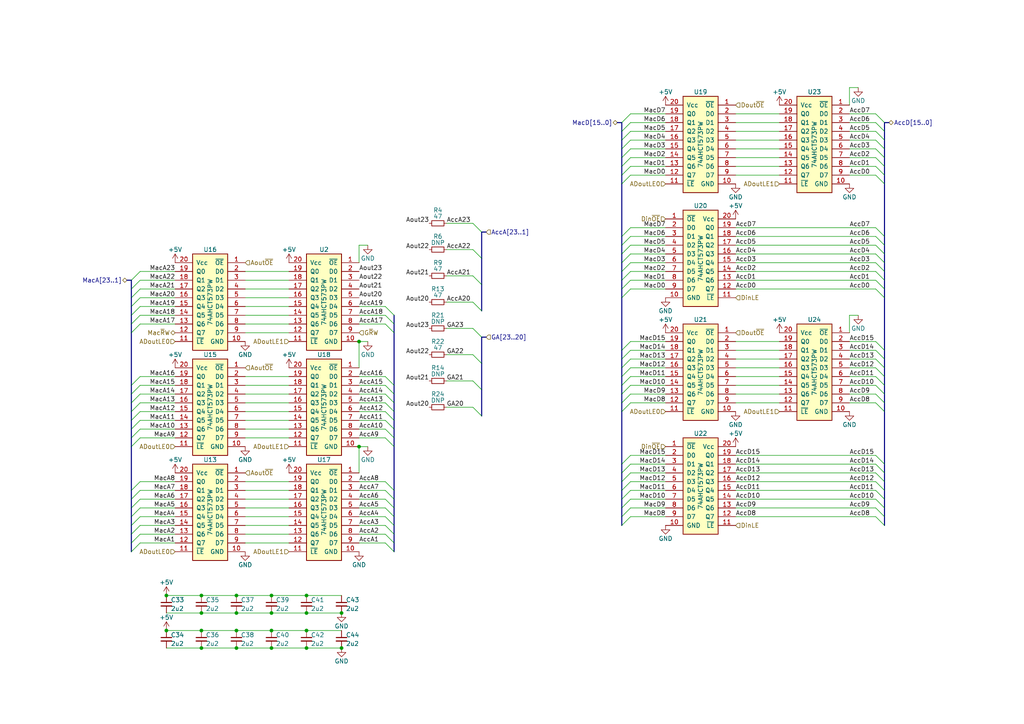
<source format=kicad_sch>
(kicad_sch (version 20231120) (generator "eeschema") (generator_version "8.0")
  (paper "A4")
  (title_block (title "WarpSE (GW4410A)") (date "2024-04-23") (rev "1.0") (company "Garrett's Workshop"))
  (lib_symbols
    (symbol "Device:C_Small" (pin_numbers hide) (pin_names (offset 0.254) hide)
      (property "Reference" "C" (at 0.254 1.778 0))
      (property "Value" "C_Small" (at 0.254 -2.032 0))
      (symbol "C_Small_0_1"
        (polyline (pts (xy -1.524 -0.508) (xy 1.524 -0.508)) (stroke (width 0.3302)))
        (polyline (pts (xy -1.524 0.508) (xy 1.524 0.508)) (stroke (width 0.3048)))
      )
      (symbol "C_Small_1_1"
        (pin passive line (at 0 2.54 270) (length 2.032) (name "~") (number "1"))
        (pin passive line (at 0 -2.54 90) (length 2.032) (name "~") (number "2"))
      )
    )
    (symbol "Device:R_Small" (pin_numbers hide) (pin_names (offset 0.254) hide)
      (property "Reference" "R" (at 0.762 0.508 0))
      (property "Value" "R_Small" (at 0.762 -1.016 0))
      (symbol "R_Small_0_1"
        (rectangle (start -0.762 1.778) (end 0.762 -1.778) (stroke (width 0.2032)))
      )
      (symbol "R_Small_1_1"
        (pin passive line (at 0 2.54 270) (length 0.762) (name "~") (number "1"))
        (pin passive line (at 0 -2.54 90) (length 0.762) (name "~") (number "2"))
      )
    )
    (symbol "GW_Logic:74573" (pin_names (offset 1.016))
      (property "Reference" "U" (at 0 15.24 0))
      (property "Value" "74573" (at 0 -15.24 0))
      (symbol "74573_0_1"
        (rectangle (start -5.08 13.97) (end 5.08 -13.97) (stroke (width 0.254)) (fill (type background)))
      )
      (symbol "74573_1_1"
        (pin input line (at -10.16 11.43 0) (length 5.08) (name "~{OE}") (number "1"))
        (pin power_in line (at -10.16 -11.43 0) (length 5.08) (name "GND") (number "10"))
        (pin input line (at 10.16 -11.43 180) (length 5.08) (name "~{LE}") (number "11"))
        (pin tri_state line (at 10.16 -8.89 180) (length 5.08) (name "Q7") (number "12"))
        (pin tri_state line (at 10.16 -6.35 180) (length 5.08) (name "Q6") (number "13"))
        (pin tri_state line (at 10.16 -3.81 180) (length 5.08) (name "Q5") (number "14"))
        (pin tri_state line (at 10.16 -1.27 180) (length 5.08) (name "Q4") (number "15"))
        (pin tri_state line (at 10.16 1.27 180) (length 5.08) (name "Q3") (number "16"))
        (pin tri_state line (at 10.16 3.81 180) (length 5.08) (name "Q2") (number "17"))
        (pin tri_state line (at 10.16 6.35 180) (length 5.08) (name "Q1") (number "18"))
        (pin tri_state line (at 10.16 8.89 180) (length 5.08) (name "Q0") (number "19"))
        (pin input line (at -10.16 8.89 0) (length 5.08) (name "D0") (number "2"))
        (pin power_in line (at 10.16 11.43 180) (length 5.08) (name "Vcc") (number "20"))
        (pin input line (at -10.16 6.35 0) (length 5.08) (name "D1") (number "3"))
        (pin input line (at -10.16 3.81 0) (length 5.08) (name "D2") (number "4"))
        (pin input line (at -10.16 1.27 0) (length 5.08) (name "D3") (number "5"))
        (pin input line (at -10.16 -1.27 0) (length 5.08) (name "D4") (number "6"))
        (pin input line (at -10.16 -3.81 0) (length 5.08) (name "D5") (number "7"))
        (pin input line (at -10.16 -6.35 0) (length 5.08) (name "D6") (number "8"))
        (pin input line (at -10.16 -8.89 0) (length 5.08) (name "D7") (number "9"))
      )
    )
    (symbol "power:+5V" (power) (pin_names (offset 0))
      (property "Value" "+5V" (at 0 3.556 0))
      (symbol "+5V_0_1"
        (polyline (pts (xy -0.762 1.27) (xy 0 2.54)))
        (polyline (pts (xy 0 0) (xy 0 2.54)))
        (polyline (pts (xy 0 2.54) (xy 0.762 1.27)))
      )
      (symbol "+5V_1_1"
        (pin power_in line (at 0 0 90) (length 0) hide (name "+5V") (number "1"))
      )
    )
    (symbol "power:GND" (power) (pin_names (offset 0))
      (property "Value" "GND" (at 0 -3.81 0))
      (symbol "GND_0_1"
        (polyline (pts (xy 0 0) (xy 0 -1.27) (xy 1.27 -1.27) (xy 0 -2.54) (xy -1.27 -1.27) (xy 0 -1.27)))
      )
      (symbol "GND_1_1"
        (pin power_in line (at 0 0 270) (length 0) hide (name "GND") (number "1"))
      )
    )
  )
  (junction (at 58.42 182.88))
  (junction (at 78.74 187.96))
  (junction (at 78.74 182.88))
  (junction (at 104.14 129.54))
  (junction (at 78.74 177.8))
  (junction (at 68.58 172.72))
  (junction (at 68.58 187.96))
  (junction (at 99.06 177.8))
  (junction (at 88.9 182.88))
  (junction (at 104.14 99.06))
  (junction (at 48.26 182.88))
  (junction (at 88.9 187.96))
  (junction (at 58.42 177.8))
  (junction (at 99.06 187.96))
  (junction (at 68.58 182.88))
  (junction (at 68.58 177.8))
  (junction (at 58.42 187.96))
  (junction (at 88.9 172.72))
  (junction (at 58.42 172.72))
  (junction (at 48.26 172.72))
  (junction (at 78.74 172.72))
  (junction (at 88.9 177.8))
  (bus_entry (at 254 104.14) (size 2.54 2.54))
  (bus_entry (at 111.76 144.78) (size 2.54 2.54))
  (bus_entry (at 111.76 109.22) (size 2.54 2.54))
  (bus_entry (at 182.88 114.3) (size -2.54 2.54))
  (bus_entry (at 111.76 152.4) (size 2.54 2.54))
  (bus_entry (at 254 99.06) (size 2.54 2.54))
  (bus_entry (at 137.16 64.77) (size 2.54 2.54))
  (bus_entry (at 182.88 50.8) (size -2.54 2.54))
  (bus_entry (at 40.64 121.92) (size -2.54 2.54))
  (bus_entry (at 40.64 86.36) (size -2.54 2.54))
  (bus_entry (at 182.88 66.04) (size -2.54 2.54))
  (bus_entry (at 40.64 88.9) (size -2.54 2.54))
  (bus_entry (at 111.76 88.9) (size 2.54 2.54))
  (bus_entry (at 182.88 137.16) (size -2.54 2.54))
  (bus_entry (at 254 116.84) (size 2.54 2.54))
  (bus_entry (at 182.88 68.58) (size -2.54 2.54))
  (bus_entry (at 182.88 101.6) (size -2.54 2.54))
  (bus_entry (at 111.76 116.84) (size 2.54 2.54))
  (bus_entry (at 137.16 87.63) (size 2.54 2.54))
  (bus_entry (at 40.64 119.38) (size -2.54 2.54))
  (bus_entry (at 254 48.26) (size 2.54 2.54))
  (bus_entry (at 254 45.72) (size 2.54 2.54))
  (bus_entry (at 40.64 142.24) (size -2.54 2.54))
  (bus_entry (at 40.64 124.46) (size -2.54 2.54))
  (bus_entry (at 254 114.3) (size 2.54 2.54))
  (bus_entry (at 40.64 127) (size -2.54 2.54))
  (bus_entry (at 40.64 152.4) (size -2.54 2.54))
  (bus_entry (at 254 50.8) (size 2.54 2.54))
  (bus_entry (at 111.76 142.24) (size 2.54 2.54))
  (bus_entry (at 254 43.18) (size 2.54 2.54))
  (bus_entry (at 40.64 81.28) (size -2.54 2.54))
  (bus_entry (at 182.88 144.78) (size -2.54 2.54))
  (bus_entry (at 254 83.82) (size 2.54 2.54))
  (bus_entry (at 182.88 109.22) (size -2.54 2.54))
  (bus_entry (at 111.76 111.76) (size 2.54 2.54))
  (bus_entry (at 182.88 78.74) (size -2.54 2.54))
  (bus_entry (at 137.16 72.39) (size 2.54 2.54))
  (bus_entry (at 182.88 134.62) (size -2.54 2.54))
  (bus_entry (at 254 73.66) (size 2.54 2.54))
  (bus_entry (at 182.88 83.82) (size -2.54 2.54))
  (bus_entry (at 182.88 43.18) (size -2.54 2.54))
  (bus_entry (at 254 40.64) (size 2.54 2.54))
  (bus_entry (at 111.76 147.32) (size 2.54 2.54))
  (bus_entry (at 254 149.86) (size 2.54 2.54))
  (bus_entry (at 40.64 139.7) (size -2.54 2.54))
  (bus_entry (at 182.88 40.64) (size -2.54 2.54))
  (bus_entry (at 254 68.58) (size 2.54 2.54))
  (bus_entry (at 254 33.02) (size 2.54 2.54))
  (bus_entry (at 111.76 91.44) (size 2.54 2.54))
  (bus_entry (at 182.88 111.76) (size -2.54 2.54))
  (bus_entry (at 182.88 106.68) (size -2.54 2.54))
  (bus_entry (at 182.88 71.12) (size -2.54 2.54))
  (bus_entry (at 254 106.68) (size 2.54 2.54))
  (bus_entry (at 182.88 139.7) (size -2.54 2.54))
  (bus_entry (at 40.64 78.74) (size -2.54 2.54))
  (bus_entry (at 254 142.24) (size 2.54 2.54))
  (bus_entry (at 137.16 80.01) (size 2.54 2.54))
  (bus_entry (at 254 139.7) (size 2.54 2.54))
  (bus_entry (at 254 71.12) (size 2.54 2.54))
  (bus_entry (at 40.64 93.98) (size -2.54 2.54))
  (bus_entry (at 254 78.74) (size 2.54 2.54))
  (bus_entry (at 111.76 127) (size 2.54 2.54))
  (bus_entry (at 111.76 119.38) (size 2.54 2.54))
  (bus_entry (at 182.88 147.32) (size -2.54 2.54))
  (bus_entry (at 111.76 121.92) (size 2.54 2.54))
  (bus_entry (at 254 147.32) (size 2.54 2.54))
  (bus_entry (at 111.76 139.7) (size 2.54 2.54))
  (bus_entry (at 111.76 114.3) (size 2.54 2.54))
  (bus_entry (at 254 66.04) (size 2.54 2.54))
  (bus_entry (at 182.88 116.84) (size -2.54 2.54))
  (bus_entry (at 182.88 48.26) (size -2.54 2.54))
  (bus_entry (at 40.64 109.22) (size -2.54 2.54))
  (bus_entry (at 182.88 33.02) (size -2.54 2.54))
  (bus_entry (at 40.64 114.3) (size -2.54 2.54))
  (bus_entry (at 111.76 149.86) (size 2.54 2.54))
  (bus_entry (at 111.76 154.94) (size 2.54 2.54))
  (bus_entry (at 40.64 111.76) (size -2.54 2.54))
  (bus_entry (at 254 132.08) (size 2.54 2.54))
  (bus_entry (at 137.16 118.11) (size 2.54 2.54))
  (bus_entry (at 40.64 149.86) (size -2.54 2.54))
  (bus_entry (at 182.88 76.2) (size -2.54 2.54))
  (bus_entry (at 182.88 132.08) (size -2.54 2.54))
  (bus_entry (at 137.16 102.87) (size 2.54 2.54))
  (bus_entry (at 254 144.78) (size 2.54 2.54))
  (bus_entry (at 40.64 154.94) (size -2.54 2.54))
  (bus_entry (at 254 35.56) (size 2.54 2.54))
  (bus_entry (at 40.64 157.48) (size -2.54 2.54))
  (bus_entry (at 182.88 104.14) (size -2.54 2.54))
  (bus_entry (at 137.16 110.49) (size 2.54 2.54))
  (bus_entry (at 182.88 45.72) (size -2.54 2.54))
  (bus_entry (at 40.64 83.82) (size -2.54 2.54))
  (bus_entry (at 254 38.1) (size 2.54 2.54))
  (bus_entry (at 111.76 124.46) (size 2.54 2.54))
  (bus_entry (at 137.16 95.25) (size 2.54 2.54))
  (bus_entry (at 254 111.76) (size 2.54 2.54))
  (bus_entry (at 40.64 144.78) (size -2.54 2.54))
  (bus_entry (at 254 109.22) (size 2.54 2.54))
  (bus_entry (at 182.88 149.86) (size -2.54 2.54))
  (bus_entry (at 182.88 99.06) (size -2.54 2.54))
  (bus_entry (at 182.88 38.1) (size -2.54 2.54))
  (bus_entry (at 111.76 157.48) (size 2.54 2.54))
  (bus_entry (at 254 76.2) (size 2.54 2.54))
  (bus_entry (at 254 137.16) (size 2.54 2.54))
  (bus_entry (at 182.88 73.66) (size -2.54 2.54))
  (bus_entry (at 254 101.6) (size 2.54 2.54))
  (bus_entry (at 40.64 116.84) (size -2.54 2.54))
  (bus_entry (at 40.64 147.32) (size -2.54 2.54))
  (bus_entry (at 254 81.28) (size 2.54 2.54))
  (bus_entry (at 40.64 91.44) (size -2.54 2.54))
  (bus_entry (at 111.76 93.98) (size 2.54 2.54))
  (bus_entry (at 182.88 81.28) (size -2.54 2.54))
  (bus_entry (at 182.88 35.56) (size -2.54 2.54))
  (bus_entry (at 254 134.62) (size 2.54 2.54))
  (bus_entry (at 182.88 142.24) (size -2.54 2.54))
  (wire (pts (xy 246.38 38.1) (xy 254 38.1)))
  (wire (pts (xy 48.26 177.8) (xy 58.42 177.8)))
  (bus (pts (xy 256.54 109.22) (xy 256.54 111.76)))
  (wire (pts (xy 71.12 147.32) (xy 83.82 147.32)))
  (wire (pts (xy 182.88 71.12) (xy 193.04 71.12)))
  (wire (pts (xy 50.8 109.22) (xy 40.64 109.22)))
  (wire (pts (xy 71.12 83.82) (xy 83.82 83.82)))
  (wire (pts (xy 50.8 144.78) (xy 40.64 144.78)))
  (wire (pts (xy 88.9 182.88) (xy 99.06 182.88)))
  (wire (pts (xy 213.36 139.7) (xy 254 139.7)))
  (wire (pts (xy 50.8 78.74) (xy 40.64 78.74)))
  (bus (pts (xy 257.81 35.56) (xy 256.54 35.56)))
  (wire (pts (xy 50.8 83.82) (xy 40.64 83.82)))
  (wire (pts (xy 50.8 127) (xy 40.64 127)))
  (bus (pts (xy 256.54 50.8) (xy 256.54 53.34)))
  (bus (pts (xy 114.3 152.4) (xy 114.3 154.94)))
  (wire (pts (xy 104.14 129.54) (xy 106.68 129.54)))
  (wire (pts (xy 213.36 114.3) (xy 226.06 114.3)))
  (wire (pts (xy 213.36 104.14) (xy 226.06 104.14)))
  (wire (pts (xy 246.38 91.44) (xy 248.92 91.44)))
  (bus (pts (xy 38.1 152.4) (xy 38.1 154.94)))
  (bus (pts (xy 180.34 116.84) (xy 180.34 119.38)))
  (bus (pts (xy 180.34 43.18) (xy 180.34 45.72)))
  (wire (pts (xy 182.88 83.82) (xy 193.04 83.82)))
  (wire (pts (xy 50.8 149.86) (xy 40.64 149.86)))
  (wire (pts (xy 71.12 139.7) (xy 83.82 139.7)))
  (bus (pts (xy 256.54 86.36) (xy 256.54 101.6)))
  (wire (pts (xy 48.26 182.88) (xy 58.42 182.88)))
  (bus (pts (xy 139.7 105.41) (xy 139.7 97.79)))
  (bus (pts (xy 180.34 35.56) (xy 180.34 38.1)))
  (wire (pts (xy 71.12 109.22) (xy 83.82 109.22)))
  (bus (pts (xy 256.54 83.82) (xy 256.54 86.36)))
  (bus (pts (xy 256.54 53.34) (xy 256.54 68.58)))
  (bus (pts (xy 139.7 90.17) (xy 139.7 82.55)))
  (wire (pts (xy 213.36 144.78) (xy 254 144.78)))
  (bus (pts (xy 180.34 38.1) (xy 180.34 40.64)))
  (wire (pts (xy 213.36 68.58) (xy 254 68.58)))
  (wire (pts (xy 182.88 38.1) (xy 193.04 38.1)))
  (wire (pts (xy 104.14 91.44) (xy 111.76 91.44)))
  (wire (pts (xy 129.54 80.01) (xy 137.16 80.01)))
  (bus (pts (xy 38.1 119.38) (xy 38.1 121.92)))
  (wire (pts (xy 50.8 111.76) (xy 40.64 111.76)))
  (wire (pts (xy 71.12 121.92) (xy 83.82 121.92)))
  (wire (pts (xy 182.88 144.78) (xy 193.04 144.78)))
  (wire (pts (xy 50.8 91.44) (xy 40.64 91.44)))
  (wire (pts (xy 213.36 45.72) (xy 226.06 45.72)))
  (wire (pts (xy 71.12 119.38) (xy 83.82 119.38)))
  (wire (pts (xy 58.42 187.96) (xy 68.58 187.96)))
  (bus (pts (xy 38.1 83.82) (xy 38.1 86.36)))
  (bus (pts (xy 256.54 144.78) (xy 256.54 147.32)))
  (wire (pts (xy 246.38 111.76) (xy 254 111.76)))
  (bus (pts (xy 38.1 149.86) (xy 38.1 152.4)))
  (bus (pts (xy 114.3 149.86) (xy 114.3 152.4)))
  (wire (pts (xy 48.26 172.72) (xy 58.42 172.72)))
  (wire (pts (xy 213.36 76.2) (xy 254 76.2)))
  (wire (pts (xy 71.12 152.4) (xy 83.82 152.4)))
  (wire (pts (xy 213.36 106.68) (xy 226.06 106.68)))
  (wire (pts (xy 50.8 86.36) (xy 40.64 86.36)))
  (bus (pts (xy 180.34 104.14) (xy 180.34 106.68)))
  (wire (pts (xy 104.14 147.32) (xy 111.76 147.32)))
  (wire (pts (xy 246.38 48.26) (xy 254 48.26)))
  (bus (pts (xy 179.07 35.56) (xy 180.34 35.56)))
  (bus (pts (xy 256.54 68.58) (xy 256.54 71.12)))
  (wire (pts (xy 78.74 172.72) (xy 88.9 172.72)))
  (bus (pts (xy 180.34 48.26) (xy 180.34 50.8)))
  (wire (pts (xy 129.54 95.25) (xy 137.16 95.25)))
  (wire (pts (xy 182.88 76.2) (xy 193.04 76.2)))
  (bus (pts (xy 256.54 137.16) (xy 256.54 139.7)))
  (wire (pts (xy 213.36 99.06) (xy 226.06 99.06)))
  (bus (pts (xy 114.3 96.52) (xy 114.3 111.76)))
  (wire (pts (xy 246.38 45.72) (xy 254 45.72)))
  (wire (pts (xy 104.14 152.4) (xy 111.76 152.4)))
  (bus (pts (xy 180.34 40.64) (xy 180.34 43.18)))
  (wire (pts (xy 182.88 50.8) (xy 193.04 50.8)))
  (wire (pts (xy 182.88 134.62) (xy 193.04 134.62)))
  (wire (pts (xy 129.54 72.39) (xy 137.16 72.39)))
  (wire (pts (xy 213.36 66.04) (xy 254 66.04)))
  (bus (pts (xy 180.34 144.78) (xy 180.34 147.32)))
  (wire (pts (xy 71.12 78.74) (xy 83.82 78.74)))
  (bus (pts (xy 38.1 142.24) (xy 38.1 144.78)))
  (bus (pts (xy 180.34 76.2) (xy 180.34 78.74)))
  (wire (pts (xy 71.12 144.78) (xy 83.82 144.78)))
  (wire (pts (xy 50.8 139.7) (xy 40.64 139.7)))
  (wire (pts (xy 50.8 93.98) (xy 40.64 93.98)))
  (wire (pts (xy 129.54 110.49) (xy 137.16 110.49)))
  (wire (pts (xy 213.36 43.18) (xy 226.06 43.18)))
  (bus (pts (xy 38.1 147.32) (xy 38.1 149.86)))
  (wire (pts (xy 213.36 38.1) (xy 226.06 38.1)))
  (wire (pts (xy 182.88 111.76) (xy 193.04 111.76)))
  (wire (pts (xy 213.36 81.28) (xy 254 81.28)))
  (bus (pts (xy 256.54 45.72) (xy 256.54 48.26)))
  (wire (pts (xy 71.12 93.98) (xy 83.82 93.98)))
  (wire (pts (xy 182.88 137.16) (xy 193.04 137.16)))
  (wire (pts (xy 50.8 114.3) (xy 40.64 114.3)))
  (bus (pts (xy 114.3 127) (xy 114.3 129.54)))
  (wire (pts (xy 104.14 93.98) (xy 111.76 93.98)))
  (bus (pts (xy 256.54 76.2) (xy 256.54 78.74)))
  (wire (pts (xy 213.36 48.26) (xy 226.06 48.26)))
  (bus (pts (xy 256.54 134.62) (xy 256.54 137.16)))
  (bus (pts (xy 139.7 67.31) (xy 140.97 67.31)))
  (wire (pts (xy 104.14 116.84) (xy 111.76 116.84)))
  (bus (pts (xy 114.3 114.3) (xy 114.3 116.84)))
  (wire (pts (xy 213.36 78.74) (xy 254 78.74)))
  (wire (pts (xy 58.42 172.72) (xy 68.58 172.72)))
  (bus (pts (xy 114.3 142.24) (xy 114.3 144.78)))
  (wire (pts (xy 246.38 25.4) (xy 248.92 25.4)))
  (bus (pts (xy 180.34 114.3) (xy 180.34 116.84)))
  (wire (pts (xy 182.88 43.18) (xy 193.04 43.18)))
  (wire (pts (xy 246.38 99.06) (xy 254 99.06)))
  (bus (pts (xy 38.1 157.48) (xy 38.1 160.02)))
  (wire (pts (xy 104.14 157.48) (xy 111.76 157.48)))
  (wire (pts (xy 129.54 118.11) (xy 137.16 118.11)))
  (bus (pts (xy 139.7 105.41) (xy 139.7 113.03)))
  (wire (pts (xy 129.54 102.87) (xy 137.16 102.87)))
  (bus (pts (xy 114.3 121.92) (xy 114.3 124.46)))
  (bus (pts (xy 180.34 137.16) (xy 180.34 139.7)))
  (bus (pts (xy 139.7 74.93) (xy 139.7 67.31)))
  (bus (pts (xy 38.1 144.78) (xy 38.1 147.32)))
  (bus (pts (xy 38.1 154.94) (xy 38.1 157.48)))
  (wire (pts (xy 50.8 88.9) (xy 40.64 88.9)))
  (wire (pts (xy 104.14 129.54) (xy 104.14 137.16)))
  (wire (pts (xy 213.36 109.22) (xy 226.06 109.22)))
  (wire (pts (xy 246.38 109.22) (xy 254 109.22)))
  (bus (pts (xy 256.54 78.74) (xy 256.54 81.28)))
  (bus (pts (xy 180.34 139.7) (xy 180.34 142.24)))
  (bus (pts (xy 38.1 93.98) (xy 38.1 96.52)))
  (wire (pts (xy 58.42 182.88) (xy 68.58 182.88)))
  (bus (pts (xy 38.1 111.76) (xy 38.1 114.3)))
  (wire (pts (xy 129.54 87.63) (xy 137.16 87.63)))
  (bus (pts (xy 180.34 106.68) (xy 180.34 109.22)))
  (wire (pts (xy 104.14 139.7) (xy 111.76 139.7)))
  (wire (pts (xy 88.9 177.8) (xy 99.06 177.8)))
  (bus (pts (xy 139.7 74.93) (xy 139.7 82.55)))
  (bus (pts (xy 180.34 68.58) (xy 180.34 71.12)))
  (wire (pts (xy 213.36 142.24) (xy 254 142.24)))
  (wire (pts (xy 50.8 157.48) (xy 40.64 157.48)))
  (bus (pts (xy 256.54 119.38) (xy 256.54 134.62)))
  (bus (pts (xy 38.1 96.52) (xy 38.1 111.76)))
  (bus (pts (xy 114.3 147.32) (xy 114.3 149.86)))
  (wire (pts (xy 68.58 187.96) (xy 78.74 187.96)))
  (bus (pts (xy 256.54 139.7) (xy 256.54 142.24)))
  (wire (pts (xy 71.12 142.24) (xy 83.82 142.24)))
  (wire (pts (xy 246.38 106.68) (xy 254 106.68)))
  (wire (pts (xy 104.14 119.38) (xy 111.76 119.38)))
  (bus (pts (xy 38.1 124.46) (xy 38.1 127)))
  (wire (pts (xy 71.12 114.3) (xy 83.82 114.3)))
  (wire (pts (xy 182.88 106.68) (xy 193.04 106.68)))
  (wire (pts (xy 246.38 33.02) (xy 254 33.02)))
  (wire (pts (xy 71.12 91.44) (xy 83.82 91.44)))
  (wire (pts (xy 50.8 142.24) (xy 40.64 142.24)))
  (bus (pts (xy 38.1 116.84) (xy 38.1 119.38)))
  (bus (pts (xy 256.54 35.56) (xy 256.54 38.1)))
  (bus (pts (xy 256.54 71.12) (xy 256.54 73.66)))
  (wire (pts (xy 50.8 121.92) (xy 40.64 121.92)))
  (bus (pts (xy 38.1 86.36) (xy 38.1 88.9)))
  (bus (pts (xy 180.34 111.76) (xy 180.34 114.3)))
  (wire (pts (xy 182.88 142.24) (xy 193.04 142.24)))
  (wire (pts (xy 104.14 121.92) (xy 111.76 121.92)))
  (wire (pts (xy 104.14 149.86) (xy 111.76 149.86)))
  (wire (pts (xy 71.12 111.76) (xy 83.82 111.76)))
  (bus (pts (xy 256.54 106.68) (xy 256.54 109.22)))
  (wire (pts (xy 182.88 33.02) (xy 193.04 33.02)))
  (bus (pts (xy 114.3 119.38) (xy 114.3 121.92)))
  (bus (pts (xy 38.1 114.3) (xy 38.1 116.84)))
  (wire (pts (xy 213.36 50.8) (xy 226.06 50.8)))
  (bus (pts (xy 180.34 81.28) (xy 180.34 83.82)))
  (bus (pts (xy 256.54 73.66) (xy 256.54 76.2)))
  (wire (pts (xy 106.68 71.12) (xy 104.14 71.12)))
  (wire (pts (xy 182.88 114.3) (xy 193.04 114.3)))
  (wire (pts (xy 182.88 139.7) (xy 193.04 139.7)))
  (wire (pts (xy 71.12 81.28) (xy 83.82 81.28)))
  (wire (pts (xy 78.74 187.96) (xy 88.9 187.96)))
  (wire (pts (xy 213.36 33.02) (xy 226.06 33.02)))
  (wire (pts (xy 71.12 157.48) (xy 83.82 157.48)))
  (bus (pts (xy 180.34 119.38) (xy 180.34 134.62)))
  (bus (pts (xy 180.34 109.22) (xy 180.34 111.76)))
  (wire (pts (xy 182.88 48.26) (xy 193.04 48.26)))
  (bus (pts (xy 36.83 81.28) (xy 38.1 81.28)))
  (bus (pts (xy 256.54 114.3) (xy 256.54 116.84)))
  (wire (pts (xy 50.8 147.32) (xy 40.64 147.32)))
  (wire (pts (xy 71.12 86.36) (xy 83.82 86.36)))
  (wire (pts (xy 213.36 147.32) (xy 254 147.32)))
  (wire (pts (xy 213.36 116.84) (xy 226.06 116.84)))
  (wire (pts (xy 104.14 76.2) (xy 104.14 71.12)))
  (wire (pts (xy 50.8 116.84) (xy 40.64 116.84)))
  (bus (pts (xy 114.3 116.84) (xy 114.3 119.38)))
  (wire (pts (xy 182.88 68.58) (xy 193.04 68.58)))
  (wire (pts (xy 78.74 182.88) (xy 88.9 182.88)))
  (wire (pts (xy 213.36 132.08) (xy 254 132.08)))
  (wire (pts (xy 104.14 124.46) (xy 111.76 124.46)))
  (bus (pts (xy 180.34 142.24) (xy 180.34 144.78)))
  (wire (pts (xy 104.14 144.78) (xy 111.76 144.78)))
  (wire (pts (xy 104.14 142.24) (xy 111.76 142.24)))
  (wire (pts (xy 104.14 154.94) (xy 111.76 154.94)))
  (wire (pts (xy 246.38 50.8) (xy 254 50.8)))
  (bus (pts (xy 114.3 144.78) (xy 114.3 147.32)))
  (wire (pts (xy 213.36 137.16) (xy 254 137.16)))
  (bus (pts (xy 38.1 129.54) (xy 38.1 142.24)))
  (bus (pts (xy 114.3 111.76) (xy 114.3 114.3)))
  (wire (pts (xy 88.9 187.96) (xy 99.06 187.96)))
  (wire (pts (xy 104.14 106.68) (xy 104.14 99.06)))
  (wire (pts (xy 246.38 40.64) (xy 254 40.64)))
  (bus (pts (xy 139.7 113.03) (xy 139.7 120.65)))
  (wire (pts (xy 182.88 109.22) (xy 193.04 109.22)))
  (wire (pts (xy 78.74 177.8) (xy 88.9 177.8)))
  (wire (pts (xy 213.36 35.56) (xy 226.06 35.56)))
  (wire (pts (xy 104.14 88.9) (xy 111.76 88.9)))
  (bus (pts (xy 180.34 149.86) (xy 180.34 152.4)))
  (wire (pts (xy 246.38 35.56) (xy 254 35.56)))
  (wire (pts (xy 50.8 119.38) (xy 40.64 119.38)))
  (wire (pts (xy 129.54 64.77) (xy 137.16 64.77)))
  (wire (pts (xy 182.88 99.06) (xy 193.04 99.06)))
  (wire (pts (xy 106.68 99.06) (xy 104.14 99.06)))
  (wire (pts (xy 71.12 149.86) (xy 83.82 149.86)))
  (bus (pts (xy 180.34 134.62) (xy 180.34 137.16)))
  (wire (pts (xy 71.12 96.52) (xy 83.82 96.52)))
  (wire (pts (xy 71.12 88.9) (xy 83.82 88.9)))
  (bus (pts (xy 38.1 81.28) (xy 38.1 83.82)))
  (wire (pts (xy 182.88 81.28) (xy 193.04 81.28)))
  (wire (pts (xy 246.38 116.84) (xy 254 116.84)))
  (bus (pts (xy 38.1 121.92) (xy 38.1 124.46)))
  (bus (pts (xy 180.34 73.66) (xy 180.34 76.2)))
  (bus (pts (xy 256.54 38.1) (xy 256.54 40.64)))
  (bus (pts (xy 256.54 111.76) (xy 256.54 114.3)))
  (bus (pts (xy 180.34 86.36) (xy 180.34 101.6)))
  (bus (pts (xy 180.34 53.34) (xy 180.34 68.58)))
  (wire (pts (xy 213.36 134.62) (xy 254 134.62)))
  (wire (pts (xy 182.88 35.56) (xy 193.04 35.56)))
  (bus (pts (xy 38.1 127) (xy 38.1 129.54)))
  (wire (pts (xy 182.88 147.32) (xy 193.04 147.32)))
  (wire (pts (xy 71.12 154.94) (xy 83.82 154.94)))
  (wire (pts (xy 50.8 154.94) (xy 40.64 154.94)))
  (bus (pts (xy 180.34 101.6) (xy 180.34 104.14)))
  (wire (pts (xy 182.88 149.86) (xy 193.04 149.86)))
  (bus (pts (xy 256.54 43.18) (xy 256.54 45.72)))
  (bus (pts (xy 180.34 45.72) (xy 180.34 48.26)))
  (bus (pts (xy 256.54 48.26) (xy 256.54 50.8)))
  (bus (pts (xy 256.54 104.14) (xy 256.54 106.68)))
  (wire (pts (xy 213.36 83.82) (xy 254 83.82)))
  (bus (pts (xy 256.54 40.64) (xy 256.54 43.18)))
  (wire (pts (xy 182.88 40.64) (xy 193.04 40.64)))
  (wire (pts (xy 213.36 101.6) (xy 226.06 101.6)))
  (wire (pts (xy 50.8 152.4) (xy 40.64 152.4)))
  (bus (pts (xy 256.54 149.86) (xy 256.54 152.4)))
  (bus (pts (xy 114.3 154.94) (xy 114.3 157.48)))
  (bus (pts (xy 180.34 50.8) (xy 180.34 53.34)))
  (wire (pts (xy 48.26 187.96) (xy 58.42 187.96)))
  (bus (pts (xy 114.3 129.54) (xy 114.3 142.24)))
  (wire (pts (xy 50.8 124.46) (xy 40.64 124.46)))
  (wire (pts (xy 213.36 111.76) (xy 226.06 111.76)))
  (bus (pts (xy 139.7 97.79) (xy 140.97 97.79)))
  (bus (pts (xy 180.34 147.32) (xy 180.34 149.86)))
  (wire (pts (xy 68.58 182.88) (xy 78.74 182.88)))
  (wire (pts (xy 246.38 104.14) (xy 254 104.14)))
  (wire (pts (xy 182.88 104.14) (xy 193.04 104.14)))
  (wire (pts (xy 50.8 81.28) (xy 40.64 81.28)))
  (bus (pts (xy 180.34 83.82) (xy 180.34 86.36)))
  (wire (pts (xy 104.14 109.22) (xy 111.76 109.22)))
  (wire (pts (xy 182.88 78.74) (xy 193.04 78.74)))
  (wire (pts (xy 104.14 111.76) (xy 111.76 111.76)))
  (bus (pts (xy 256.54 81.28) (xy 256.54 83.82)))
  (bus (pts (xy 256.54 116.84) (xy 256.54 119.38)))
  (bus (pts (xy 114.3 124.46) (xy 114.3 127)))
  (wire (pts (xy 71.12 127) (xy 83.82 127)))
  (wire (pts (xy 182.88 45.72) (xy 193.04 45.72)))
  (wire (pts (xy 246.38 91.44) (xy 246.38 96.52)))
  (bus (pts (xy 180.34 78.74) (xy 180.34 81.28)))
  (wire (pts (xy 182.88 132.08) (xy 193.04 132.08)))
  (bus (pts (xy 256.54 101.6) (xy 256.54 104.14)))
  (wire (pts (xy 246.38 43.18) (xy 254 43.18)))
  (bus (pts (xy 256.54 142.24) (xy 256.54 144.78)))
  (bus (pts (xy 256.54 147.32) (xy 256.54 149.86)))
  (wire (pts (xy 71.12 116.84) (xy 83.82 116.84)))
  (wire (pts (xy 182.88 73.66) (xy 193.04 73.66)))
  (wire (pts (xy 58.42 177.8) (xy 68.58 177.8)))
  (bus (pts (xy 180.34 71.12) (xy 180.34 73.66)))
  (wire (pts (xy 71.12 124.46) (xy 83.82 124.46)))
  (wire (pts (xy 68.58 177.8) (xy 78.74 177.8)))
  (wire (pts (xy 213.36 71.12) (xy 254 71.12)))
  (wire (pts (xy 182.88 66.04) (xy 193.04 66.04)))
  (wire (pts (xy 88.9 172.72) (xy 99.06 172.72)))
  (bus (pts (xy 38.1 91.44) (xy 38.1 93.98)))
  (wire (pts (xy 246.38 25.4) (xy 246.38 30.48)))
  (bus (pts (xy 114.3 91.44) (xy 114.3 93.98)))
  (wire (pts (xy 213.36 73.66) (xy 254 73.66)))
  (wire (pts (xy 246.38 101.6) (xy 254 101.6)))
  (bus (pts (xy 114.3 93.98) (xy 114.3 96.52)))
  (wire (pts (xy 213.36 149.86) (xy 254 149.86)))
  (bus (pts (xy 114.3 157.48) (xy 114.3 160.02)))
  (wire (pts (xy 104.14 114.3) (xy 111.76 114.3)))
  (wire (pts (xy 182.88 116.84) (xy 193.04 116.84)))
  (wire (pts (xy 182.88 101.6) (xy 193.04 101.6)))
  (wire (pts (xy 213.36 40.64) (xy 226.06 40.64)))
  (wire (pts (xy 104.14 127) (xy 111.76 127)))
  (bus (pts (xy 38.1 88.9) (xy 38.1 91.44)))
  (wire (pts (xy 246.38 114.3) (xy 254 114.3)))
  (wire (pts (xy 68.58 172.72) (xy 78.74 172.72)))
  (label "AccA18" (at 104.14 91.44 0))
  (label "MacA18" (at 50.8 91.44 180))
  (label "MacD3" (at 193.04 76.2 180))
  (label "AccD13" (at 246.38 137.16 0))
  (label "AccD15" (at 213.36 132.08 0))
  (label "MacD14" (at 193.04 101.6 180))
  (label "AccA10" (at 104.14 124.46 0))
  (label "MacA13" (at 50.8 116.84 180))
  (label "MacA5" (at 50.8 147.32 180))
  (label "MacA21" (at 50.8 83.82 180))
  (label "AccD8" (at 246.38 149.86 0))
  (label "AccA14" (at 104.14 114.3 0))
  (label "AccD11" (at 246.38 142.24 0))
  (label "MacA1" (at 50.8 157.48 180))
  (label "AccD13" (at 213.36 137.16 0))
  (label "MacA17" (at 50.8 93.98 180))
  (label "MacA2" (at 50.8 154.94 180))
  (label "MacA12" (at 50.8 119.38 180))
  (label "MacD14" (at 193.04 134.62 180))
  (label "AccD13" (at 246.38 104.14 0))
  (label "Aout20" (at 104.14 86.36 0))
  (label "Aout21" (at 124.46 110.49 180))
  (label "AccD14" (at 246.38 134.62 0))
  (label "AccD4" (at 246.38 73.66 0))
  (label "Aout20" (at 124.46 118.11 180))
  (label "AccD5" (at 246.38 71.12 0))
  (label "AccD10" (at 246.38 144.78 0))
  (label "AccD0" (at 213.36 83.82 0))
  (label "AccD7" (at 246.38 33.02 0))
  (label "AccD12" (at 246.38 139.7 0))
  (label "AccA4" (at 104.14 149.86 0))
  (label "MacD2" (at 193.04 78.74 180))
  (label "AccD0" (at 246.38 50.8 0))
  (label "MacA23" (at 50.8 78.74 180))
  (label "AccA16" (at 104.14 109.22 0))
  (label "MacD4" (at 193.04 40.64 180))
  (label "AccD9" (at 213.36 147.32 0))
  (label "MacA14" (at 50.8 114.3 180))
  (label "MacA16" (at 50.8 109.22 180))
  (label "AccD11" (at 246.38 109.22 0))
  (label "AccD6" (at 246.38 68.58 0))
  (label "MacD0" (at 193.04 83.82 180))
  (label "AccA20" (at 129.54 87.63 0))
  (label "MacD15" (at 193.04 132.08 180))
  (label "MacA10" (at 50.8 124.46 180))
  (label "GA22" (at 129.54 102.87 0))
  (label "AccD1" (at 213.36 81.28 0))
  (label "MacD13" (at 193.04 104.14 180))
  (label "AccA8" (at 104.14 139.7 0))
  (label "AccA15" (at 104.14 111.76 0))
  (label "AccD9" (at 246.38 147.32 0))
  (label "MacD12" (at 193.04 106.68 180))
  (label "MacA11" (at 50.8 121.92 180))
  (label "AccA17" (at 104.14 93.98 0))
  (label "Aout23" (at 104.14 78.74 0))
  (label "AccD2" (at 246.38 78.74 0))
  (label "MacA15" (at 50.8 111.76 180))
  (label "MacD5" (at 193.04 71.12 180))
  (label "MacD10" (at 193.04 111.76 180))
  (label "AccA23" (at 129.54 64.77 0))
  (label "MacD6" (at 193.04 35.56 180))
  (label "AccA19" (at 104.14 88.9 0))
  (label "AccA11" (at 104.14 121.92 0))
  (label "AccD8" (at 246.38 116.84 0))
  (label "Aout20" (at 124.46 87.63 180))
  (label "MacD1" (at 193.04 48.26 180))
  (label "MacA3" (at 50.8 152.4 180))
  (label "MacD9" (at 193.04 114.3 180))
  (label "AccD7" (at 246.38 66.04 0))
  (label "AccD8" (at 213.36 149.86 0))
  (label "MacA22" (at 50.8 81.28 180))
  (label "MacD0" (at 193.04 50.8 180))
  (label "AccD7" (at 213.36 66.04 0))
  (label "AccD2" (at 213.36 78.74 0))
  (label "AccD3" (at 213.36 76.2 0))
  (label "MacD12" (at 193.04 139.7 180))
  (label "MacD11" (at 193.04 142.24 180))
  (label "AccD1" (at 246.38 81.28 0))
  (label "AccA5" (at 104.14 147.32 0))
  (label "AccD6" (at 213.36 68.58 0))
  (label "AccD4" (at 246.38 40.64 0))
  (label "MacD10" (at 193.04 144.78 180))
  (label "AccD3" (at 246.38 43.18 0))
  (label "AccD1" (at 246.38 48.26 0))
  (label "AccD5" (at 213.36 71.12 0))
  (label "AccD15" (at 246.38 99.06 0))
  (label "AccD2" (at 246.38 45.72 0))
  (label "AccD11" (at 213.36 142.24 0))
  (label "MacD8" (at 193.04 116.84 180))
  (label "AccD15" (at 246.38 132.08 0))
  (label "MacD7" (at 193.04 33.02 180))
  (label "Aout23" (at 124.46 95.25 180))
  (label "MacD5" (at 193.04 38.1 180))
  (label "AccA9" (at 104.14 127 0))
  (label "AccD4" (at 213.36 73.66 0))
  (label "Aout21" (at 104.14 83.82 0))
  (label "AccD9" (at 246.38 114.3 0))
  (label "AccA21" (at 129.54 80.01 0))
  (label "MacD13" (at 193.04 137.16 180))
  (label "AccA1" (at 104.14 157.48 0))
  (label "MacD4" (at 193.04 73.66 180))
  (label "AccA7" (at 104.14 142.24 0))
  (label "AccA2" (at 104.14 154.94 0))
  (label "MacA4" (at 50.8 149.86 180))
  (label "AccD10" (at 213.36 144.78 0))
  (label "MacD2" (at 193.04 45.72 180))
  (label "MacD11" (at 193.04 109.22 180))
  (label "GA21" (at 129.54 110.49 0))
  (label "MacD9" (at 193.04 147.32 180))
  (label "AccD12" (at 213.36 139.7 0))
  (label "MacD8" (at 193.04 149.86 180))
  (label "Aout22" (at 104.14 81.28 0))
  (label "GA23" (at 129.54 95.25 0))
  (label "AccD3" (at 246.38 76.2 0))
  (label "AccD10" (at 246.38 111.76 0))
  (label "MacD3" (at 193.04 43.18 180))
  (label "MacA19" (at 50.8 88.9 180))
  (label "AccA12" (at 104.14 119.38 0))
  (label "AccD14" (at 213.36 134.62 0))
  (label "AccD6" (at 246.38 35.56 0))
  (label "MacA6" (at 50.8 144.78 180))
  (label "MacA8" (at 50.8 139.7 180))
  (label "MacD1" (at 193.04 81.28 180))
  (label "MacA9" (at 50.8 127 180))
  (label "AccA22" (at 129.54 72.39 0))
  (label "MacD6" (at 193.04 68.58 180))
  (label "Aout21" (at 124.46 80.01 180))
  (label "MacA20" (at 50.8 86.36 180))
  (label "Aout23" (at 124.46 64.77 180))
  (label "MacA7" (at 50.8 142.24 180))
  (label "AccD14" (at 246.38 101.6 0))
  (label "AccD12" (at 246.38 106.68 0))
  (label "AccD5" (at 246.38 38.1 0))
  (label "MacD7" (at 193.04 66.04 180))
  (label "AccA6" (at 104.14 144.78 0))
  (label "AccD0" (at 246.38 83.82 0))
  (label "Aout22" (at 124.46 102.87 180))
  (label "AccA3" (at 104.14 152.4 0))
  (label "GA20" (at 129.54 118.11 0))
  (label "Aout22" (at 124.46 72.39 180))
  (label "MacD15" (at 193.04 99.06 180))
  (label "AccA13" (at 104.14 116.84 0))
  (hierarchical_label "ADoutLE0" (shape input) (at 50.8 160.02 180))
  (hierarchical_label "ADoutLE1" (shape input) (at 83.82 160.02 180))
  (hierarchical_label "ADoutLE0" (shape input) (at 50.8 129.54 180))
  (hierarchical_label "AccA[23..1]" (shape input) (at 140.97 67.31 0))
  (hierarchical_label "ADoutLE0" (shape input) (at 193.04 119.38 180))
  (hierarchical_label "Mac~{R}W" (shape tri_state) (at 50.8 96.52 180))
  (hierarchical_label "ADoutLE1" (shape input) (at 83.82 99.06 180))
  (hierarchical_label "Dout~{OE}" (shape input) (at 213.36 30.48 0))
  (hierarchical_label "GA[23..20]" (shape input) (at 140.97 97.79 0))
  (hierarchical_label "ADoutLE1" (shape input) (at 226.06 119.38 180))
  (hierarchical_label "Din~{OE}" (shape input) (at 193.04 63.5 180))
  (hierarchical_label "DinLE" (shape input) (at 213.36 152.4 0))
  (hierarchical_label "Aout~{OE}" (shape input) (at 71.12 76.2 0))
  (hierarchical_label "G~{R}W" (shape input) (at 104.14 96.52 0))
  (hierarchical_label "ADoutLE0" (shape input) (at 50.8 99.06 180))
  (hierarchical_label "Aout~{OE}" (shape input) (at 71.12 106.68 0))
  (hierarchical_label "Aout~{OE}" (shape input) (at 71.12 137.16 0))
  (hierarchical_label "MacD[15..0]" (shape bidirectional) (at 179.07 35.56 180))
  (hierarchical_label "Din~{OE}" (shape input) (at 193.04 129.54 180))
  (hierarchical_label "MacA[23..1]" (shape tri_state) (at 36.83 81.28 180))
  (hierarchical_label "Dout~{OE}" (shape input) (at 213.36 96.52 0))
  (hierarchical_label "ADoutLE0" (shape input) (at 193.04 53.34 180))
  (hierarchical_label "DinLE" (shape input) (at 213.36 86.36 0))
  (hierarchical_label "ADoutLE1" (shape input) (at 83.82 129.54 180))
  (hierarchical_label "ADoutLE1" (shape input) (at 226.06 53.34 180))
  (hierarchical_label "AccD[15..0]" (shape bidirectional) (at 257.81 35.56 0))
  (symbol (lib_id "GW_Logic:74573") (at 60.96 148.59 0) (mirror y) (unit 1)
    (property "Reference" "U13" (at 60.96 133.35 0))
    (property "Value" "74AHCT573PW" (at 60.96 148.59 90))
    (property "Footprint" "stdpads:TSSOP-20_4.4x6.5mm_P0.65mm" (effects (hide yes)))
    (property "LCSC Part" "C141311" (effects (hide yes)))
  )
  (symbol (lib_id "GW_Logic:74573") (at 60.96 118.11 0) (mirror y) (unit 1)
    (property "Reference" "U15" (at 60.96 102.87 0))
    (property "Value" "74AHCT573PW" (at 60.96 118.11 90))
    (property "Footprint" "stdpads:TSSOP-20_4.4x6.5mm_P0.65mm" (effects (hide yes)))
    (property "LCSC Part" "C141311" (effects (hide yes)))
  )
  (symbol (lib_id "power:GND") (at 71.12 160.02 0) (unit 1)
    (property "Reference" "#PWR0166" (effects (hide yes)))
    (property "Value" "GND" (at 71.12 163.83 0))
  )
  (symbol (lib_id "power:GND") (at 71.12 129.54 0) (unit 1)
    (property "Reference" "#PWR0167" (effects (hide yes)))
    (property "Value" "GND" (at 71.12 133.35 0))
  )
  (symbol (lib_id "GW_Logic:74573") (at 203.2 41.91 0) (mirror y) (unit 1)
    (property "Reference" "U19" (at 203.2 26.67 0))
    (property "Value" "74AHCT573PW" (at 203.2 41.91 90))
    (property "Footprint" "stdpads:TSSOP-20_4.4x6.5mm_P0.65mm" (effects (hide yes)))
    (property "LCSC Part" "C141311" (effects (hide yes)))
  )
  (symbol (lib_id "GW_Logic:74573") (at 203.2 74.93 0) (unit 1)
    (property "Reference" "U20" (at 203.2 59.69 0))
    (property "Value" "74AHCT573PW" (at 203.2 74.93 90))
    (property "Footprint" "stdpads:TSSOP-20_4.4x6.5mm_P0.65mm" (effects (hide yes)))
    (property "LCSC Part" "C141311" (effects (hide yes)))
  )
  (symbol (lib_id "power:GND") (at 193.04 86.36 0) (mirror y) (unit 1)
    (property "Reference" "#PWR0169" (effects (hide yes)))
    (property "Value" "GND" (at 193.04 90.17 0))
  )
  (symbol (lib_id "power:GND") (at 213.36 53.34 0) (unit 1)
    (property "Reference" "#PWR0168" (effects (hide yes)))
    (property "Value" "GND" (at 213.36 57.15 0))
  )
  (symbol (lib_id "GW_Logic:74573") (at 203.2 107.95 0) (mirror y) (unit 1)
    (property "Reference" "U21" (at 203.2 92.71 0))
    (property "Value" "74AHCT573PW" (at 203.2 107.95 90))
    (property "Footprint" "stdpads:TSSOP-20_4.4x6.5mm_P0.65mm" (effects (hide yes)))
    (property "LCSC Part" "C141311" (effects (hide yes)))
  )
  (symbol (lib_id "power:GND") (at 213.36 119.38 0) (unit 1)
    (property "Reference" "#PWR0181" (effects (hide yes)))
    (property "Value" "GND" (at 213.36 123.19 0))
  )
  (symbol (lib_id "GW_Logic:74573") (at 203.2 140.97 0) (unit 1)
    (property "Reference" "U22" (at 203.2 125.73 0))
    (property "Value" "74AHCT573PW" (at 203.2 140.97 90))
    (property "Footprint" "stdpads:TSSOP-20_4.4x6.5mm_P0.65mm" (effects (hide yes)))
    (property "LCSC Part" "C141311" (effects (hide yes)))
  )
  (symbol (lib_id "power:GND") (at 193.04 152.4 0) (mirror y) (unit 1)
    (property "Reference" "#PWR0170" (effects (hide yes)))
    (property "Value" "GND" (at 193.04 156.21 0))
  )
  (symbol (lib_id "GW_Logic:74573") (at 60.96 87.63 0) (mirror y) (unit 1)
    (property "Reference" "U16" (at 60.96 72.39 0))
    (property "Value" "74AHCT573PW" (at 60.96 87.63 90))
    (property "Footprint" "stdpads:TSSOP-20_4.4x6.5mm_P0.65mm" (effects (hide yes)))
    (property "LCSC Part" "C141311" (effects (hide yes)))
  )
  (symbol (lib_id "power:GND") (at 71.12 99.06 0) (unit 1)
    (property "Reference" "#PWR0171" (effects (hide yes)))
    (property "Value" "GND" (at 71.12 102.87 0))
  )
  (symbol (lib_id "GW_Logic:74573") (at 93.98 87.63 0) (mirror y) (unit 1)
    (property "Reference" "U2" (at 93.98 72.39 0))
    (property "Value" "74AHCT573PW" (at 93.98 87.63 90))
    (property "Footprint" "stdpads:TSSOP-20_4.4x6.5mm_P0.65mm" (effects (hide yes)))
    (property "LCSC Part" "C141311" (effects (hide yes)))
  )
  (symbol (lib_id "power:GND") (at 106.68 99.06 0) (unit 1)
    (property "Reference" "#PWR0106" (effects (hide yes)))
    (property "Value" "GND" (at 106.68 102.87 0))
  )
  (symbol (lib_id "power:+5V") (at 83.82 76.2 0) (unit 1)
    (property "Reference" "#PWR0107" (effects (hide yes)))
    (property "Value" "+5V" (at 83.82 72.39 0))
  )
  (symbol (lib_id "Device:C_Small") (at 58.42 185.42 0) (unit 1)
    (property "Reference" "C36" (at 59.69 184.15 0) (effects (justify left)))
    (property "Value" "2u2" (at 59.69 186.69 0) (effects (justify left)))
    (property "Footprint" "stdpads:C_0603" (effects (hide yes)))
    (property "LCSC Part" "C23630" (effects (hide yes)))
  )
  (symbol (lib_id "Device:C_Small") (at 68.58 185.42 0) (unit 1)
    (property "Reference" "C38" (at 69.85 184.15 0) (effects (justify left)))
    (property "Value" "2u2" (at 69.85 186.69 0) (effects (justify left)))
    (property "Footprint" "stdpads:C_0603" (effects (hide yes)))
    (property "LCSC Part" "C23630" (effects (hide yes)))
  )
  (symbol (lib_id "Device:C_Small") (at 78.74 185.42 0) (unit 1)
    (property "Reference" "C40" (at 80.01 184.15 0) (effects (justify left)))
    (property "Value" "2u2" (at 80.01 186.69 0) (effects (justify left)))
    (property "Footprint" "stdpads:C_0603" (effects (hide yes)))
    (property "LCSC Part" "C23630" (effects (hide yes)))
  )
  (symbol (lib_id "Device:C_Small") (at 48.26 185.42 0) (unit 1)
    (property "Reference" "C34" (at 49.53 184.15 0) (effects (justify left)))
    (property "Value" "2u2" (at 49.53 186.69 0) (effects (justify left)))
    (property "Footprint" "stdpads:C_0603" (effects (hide yes)))
    (property "LCSC Part" "C23630" (effects (hide yes)))
  )
  (symbol (lib_id "Device:C_Small") (at 99.06 185.42 0) (unit 1)
    (property "Reference" "C44" (at 100.33 184.15 0) (effects (justify left)))
    (property "Value" "2u2" (at 100.33 186.69 0) (effects (justify left)))
    (property "Footprint" "stdpads:C_0603" (effects (hide yes)))
    (property "LCSC Part" "C23630" (effects (hide yes)))
  )
  (symbol (lib_id "Device:C_Small") (at 88.9 185.42 0) (unit 1)
    (property "Reference" "C42" (at 90.17 184.15 0) (effects (justify left)))
    (property "Value" "2u2" (at 90.17 186.69 0) (effects (justify left)))
    (property "Footprint" "stdpads:C_0603" (effects (hide yes)))
    (property "LCSC Part" "C23630" (effects (hide yes)))
  )
  (symbol (lib_id "power:GND") (at 99.06 187.96 0) (mirror y) (unit 1)
    (property "Reference" "#PWR0173" (effects (hide yes)))
    (property "Value" "GND" (at 99.06 191.77 0))
  )
  (symbol (lib_id "power:+5V") (at 50.8 137.16 0) (unit 1)
    (property "Reference" "#PWR0174" (effects (hide yes)))
    (property "Value" "+5V" (at 50.8 133.35 0))
  )
  (symbol (lib_id "power:+5V") (at 50.8 106.68 0) (unit 1)
    (property "Reference" "#PWR0175" (effects (hide yes)))
    (property "Value" "+5V" (at 50.8 102.87 0))
  )
  (symbol (lib_id "power:+5V") (at 50.8 76.2 0) (unit 1)
    (property "Reference" "#PWR0176" (effects (hide yes)))
    (property "Value" "+5V" (at 50.8 72.39 0))
  )
  (symbol (lib_id "power:+5V") (at 213.36 129.54 0) (unit 1)
    (property "Reference" "#PWR0177" (effects (hide yes)))
    (property "Value" "+5V" (at 213.36 125.73 0))
  )
  (symbol (lib_id "GW_Logic:74573") (at 93.98 148.59 0) (mirror y) (unit 1)
    (property "Reference" "U17" (at 93.98 133.35 0))
    (property "Value" "74AHCT573PW" (at 93.98 148.59 90))
    (property "Footprint" "stdpads:TSSOP-20_4.4x6.5mm_P0.65mm" (effects (hide yes)))
    (property "LCSC Part" "C141311" (effects (hide yes)))
  )
  (symbol (lib_id "GW_Logic:74573") (at 93.98 118.11 0) (mirror y) (unit 1)
    (property "Reference" "U18" (at 93.98 102.87 0))
    (property "Value" "74AHCT573PW" (at 93.98 118.11 90))
    (property "Footprint" "stdpads:TSSOP-20_4.4x6.5mm_P0.65mm" (effects (hide yes)))
    (property "LCSC Part" "C141311" (effects (hide yes)))
  )
  (symbol (lib_id "power:+5V") (at 193.04 96.52 0) (unit 1)
    (property "Reference" "#PWR0178" (effects (hide yes)))
    (property "Value" "+5V" (at 193.04 92.71 0))
  )
  (symbol (lib_id "power:+5V") (at 83.82 106.68 0) (unit 1)
    (property "Reference" "#PWR0182" (effects (hide yes)))
    (property "Value" "+5V" (at 83.82 102.87 0))
  )
  (symbol (lib_id "power:+5V") (at 83.82 137.16 0) (unit 1)
    (property "Reference" "#PWR0183" (effects (hide yes)))
    (property "Value" "+5V" (at 83.82 133.35 0))
  )
  (symbol (lib_id "power:GND") (at 104.14 160.02 0) (unit 1)
    (property "Reference" "#PWR0184" (effects (hide yes)))
    (property "Value" "GND" (at 104.14 163.83 0))
  )
  (symbol (lib_id "power:+5V") (at 213.36 63.5 0) (unit 1)
    (property "Reference" "#PWR0179" (effects (hide yes)))
    (property "Value" "+5V" (at 213.36 59.69 0))
  )
  (symbol (lib_id "power:+5V") (at 193.04 30.48 0) (unit 1)
    (property "Reference" "#PWR0180" (effects (hide yes)))
    (property "Value" "+5V" (at 193.04 26.67 0))
  )
  (symbol (lib_id "power:GND") (at 106.68 129.54 0) (unit 1)
    (property "Reference" "#PWR0186" (effects (hide yes)))
    (property "Value" "GND" (at 106.68 133.35 0))
  )
  (symbol (lib_id "power:GND") (at 106.68 71.12 0) (unit 1)
    (property "Reference" "#PWR0108" (effects (hide yes)))
    (property "Value" "GND" (at 106.68 74.93 0))
  )
  (symbol (lib_id "GW_Logic:74573") (at 236.22 107.95 0) (mirror y) (unit 1)
    (property "Reference" "U24" (at 236.22 92.71 0))
    (property "Value" "74AHCT573PW" (at 236.22 107.95 90))
    (property "Footprint" "stdpads:TSSOP-20_4.4x6.5mm_P0.65mm" (effects (hide yes)))
    (property "LCSC Part" "C141311" (effects (hide yes)))
  )
  (symbol (lib_id "GW_Logic:74573") (at 236.22 41.91 0) (mirror y) (unit 1)
    (property "Reference" "U23" (at 236.22 26.67 0))
    (property "Value" "74AHCT573PW" (at 236.22 41.91 90))
    (property "Footprint" "stdpads:TSSOP-20_4.4x6.5mm_P0.65mm" (effects (hide yes)))
    (property "LCSC Part" "C141311" (effects (hide yes)))
  )
  (symbol (lib_id "power:+5V") (at 226.06 96.52 0) (unit 1)
    (property "Reference" "#PWR0187" (effects (hide yes)))
    (property "Value" "+5V" (at 226.06 92.71 0))
  )
  (symbol (lib_id "power:+5V") (at 226.06 30.48 0) (unit 1)
    (property "Reference" "#PWR0188" (effects (hide yes)))
    (property "Value" "+5V" (at 226.06 26.67 0))
  )
  (symbol (lib_id "power:GND") (at 248.92 25.4 0) (unit 1)
    (property "Reference" "#PWR0189" (effects (hide yes)))
    (property "Value" "GND" (at 248.92 29.21 0))
  )
  (symbol (lib_id "power:GND") (at 248.92 91.44 0) (unit 1)
    (property "Reference" "#PWR0190" (effects (hide yes)))
    (property "Value" "GND" (at 248.92 95.25 0))
  )
  (symbol (lib_id "power:GND") (at 246.38 53.34 0) (unit 1)
    (property "Reference" "#PWR0191" (effects (hide yes)))
    (property "Value" "GND" (at 246.38 57.15 0))
  )
  (symbol (lib_id "power:GND") (at 246.38 119.38 0) (unit 1)
    (property "Reference" "#PWR0192" (effects (hide yes)))
    (property "Value" "GND" (at 246.38 123.19 0))
  )
  (symbol (lib_id "power:+5V") (at 48.26 172.72 0) (unit 1)
    (property "Reference" "#PWR0124" (effects (hide yes)))
    (property "Value" "+5V" (at 48.26 168.91 0))
  )
  (symbol (lib_id "power:+5V") (at 48.26 182.88 0) (unit 1)
    (property "Reference" "#PWR0125" (effects (hide yes)))
    (property "Value" "+5V" (at 48.26 179.07 0))
  )
  (symbol (lib_id "Device:C_Small") (at 58.42 175.26 0) (unit 1)
    (property "Reference" "C35" (at 59.69 173.99 0) (effects (justify left)))
    (property "Value" "2u2" (at 59.69 176.53 0) (effects (justify left)))
    (property "Footprint" "stdpads:C_0603" (effects (hide yes)))
    (property "LCSC Part" "C23630" (effects (hide yes)))
  )
  (symbol (lib_id "Device:C_Small") (at 68.58 175.26 0) (unit 1)
    (property "Reference" "C37" (at 69.85 173.99 0) (effects (justify left)))
    (property "Value" "2u2" (at 69.85 176.53 0) (effects (justify left)))
    (property "Footprint" "stdpads:C_0603" (effects (hide yes)))
    (property "LCSC Part" "C23630" (effects (hide yes)))
  )
  (symbol (lib_id "Device:C_Small") (at 78.74 175.26 0) (unit 1)
    (property "Reference" "C39" (at 80.01 173.99 0) (effects (justify left)))
    (property "Value" "2u2" (at 80.01 176.53 0) (effects (justify left)))
    (property "Footprint" "stdpads:C_0603" (effects (hide yes)))
    (property "LCSC Part" "C23630" (effects (hide yes)))
  )
  (symbol (lib_id "Device:C_Small") (at 48.26 175.26 0) (unit 1)
    (property "Reference" "C33" (at 49.53 173.99 0) (effects (justify left)))
    (property "Value" "2u2" (at 49.53 176.53 0) (effects (justify left)))
    (property "Footprint" "stdpads:C_0603" (effects (hide yes)))
    (property "LCSC Part" "C23630" (effects (hide yes)))
  )
  (symbol (lib_id "Device:C_Small") (at 99.06 175.26 0) (unit 1)
    (property "Reference" "C43" (at 100.33 173.99 0) (effects (justify left)))
    (property "Value" "2u2" (at 100.33 176.53 0) (effects (justify left)))
    (property "Footprint" "stdpads:C_0603" (effects (hide yes)))
    (property "LCSC Part" "C23630" (effects (hide yes)))
  )
  (symbol (lib_id "Device:C_Small") (at 88.9 175.26 0) (unit 1)
    (property "Reference" "C41" (at 90.17 173.99 0) (effects (justify left)))
    (property "Value" "2u2" (at 90.17 176.53 0) (effects (justify left)))
    (property "Footprint" "stdpads:C_0603" (effects (hide yes)))
    (property "LCSC Part" "C23630" (effects (hide yes)))
  )
  (symbol (lib_id "power:GND") (at 99.06 177.8 0) (mirror y) (unit 1)
    (property "Reference" "#PWR0194" (effects (hide yes)))
    (property "Value" "GND" (at 99.06 181.61 0))
  )
  (symbol (lib_id "Device:R_Small") (at 127 110.49 270) (unit 1)
    (property "Reference" "R14" (at 127 106.68 90))
    (property "Value" "DNP" (at 127 109.22 90) (effects (justify bottom)))
    (property "Footprint" "stdpads:R_0603" (effects (hide yes)))
  )
  (symbol (lib_id "Device:R_Small") (at 127 118.11 270) (unit 1)
    (property "Reference" "R24" (at 127 114.3 90))
    (property "Value" "DNP" (at 127 116.84 90) (effects (justify bottom)))
    (property "Footprint" "stdpads:R_0603" (effects (hide yes)))
  )
  (symbol (lib_id "Device:R_Small") (at 127 87.63 270) (unit 1)
    (property "Reference" "R13" (at 127 83.82 90))
    (property "Value" "47" (at 127 86.36 90) (effects (justify bottom)))
    (property "Footprint" "stdpads:R_0603" (effects (hide yes)))
    (property "LCSC Part" "C23182" (effects (hide yes)))
  )
  (symbol (lib_id "Device:R_Small") (at 127 80.01 270) (unit 1)
    (property "Reference" "R9" (at 127 76.2 90))
    (property "Value" "47" (at 127 78.74 90) (effects (justify bottom)))
    (property "Footprint" "stdpads:R_0603" (effects (hide yes)))
    (property "LCSC Part" "C23182" (effects (hide yes)))
  )
  (symbol (lib_id "Device:R_Small") (at 127 72.39 270) (unit 1)
    (property "Reference" "R6" (at 127 68.58 90))
    (property "Value" "DNP" (at 127 71.12 90) (effects (justify bottom)))
    (property "Footprint" "stdpads:R_0603" (effects (hide yes)))
  )
  (symbol (lib_id "Device:R_Small") (at 127 64.77 270) (unit 1)
    (property "Reference" "R4" (at 127 60.96 90))
    (property "Value" "47" (at 127 63.5 90) (effects (justify bottom)))
    (property "Footprint" "stdpads:R_0603" (effects (hide yes)))
    (property "LCSC Part" "C23182" (effects (hide yes)))
  )
  (symbol (lib_id "Device:R_Small") (at 127 102.87 270) (unit 1)
    (property "Reference" "R22" (at 127 99.06 90))
    (property "Value" "47" (at 127 101.6 90) (effects (justify bottom)))
    (property "Footprint" "stdpads:R_0603" (effects (hide yes)))
    (property "LCSC Part" "C23182" (effects (hide yes)))
  )
  (symbol (lib_id "Device:R_Small") (at 127 95.25 270) (unit 1)
    (property "Reference" "R21" (at 127 91.44 90))
    (property "Value" "DNP" (at 127 93.98 90) (effects (justify bottom)))
    (property "Footprint" "stdpads:R_0603" (effects (hide yes)))
  )
)
</source>
